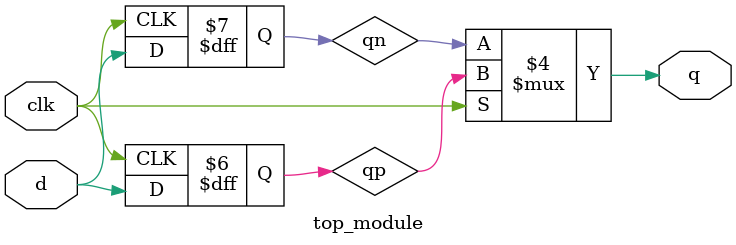
<source format=sv>
module top_module(
	input clk,
	input d,
	output reg q);
	
	reg qp;
	reg qn;
	
	always @(posedge clk) begin
		qp <= d;
		qn <= d;
	end
	
	always @(*) begin
		if (clk)
			q <= qp;
		else
			q <= qn;
	end
	
endmodule

</source>
